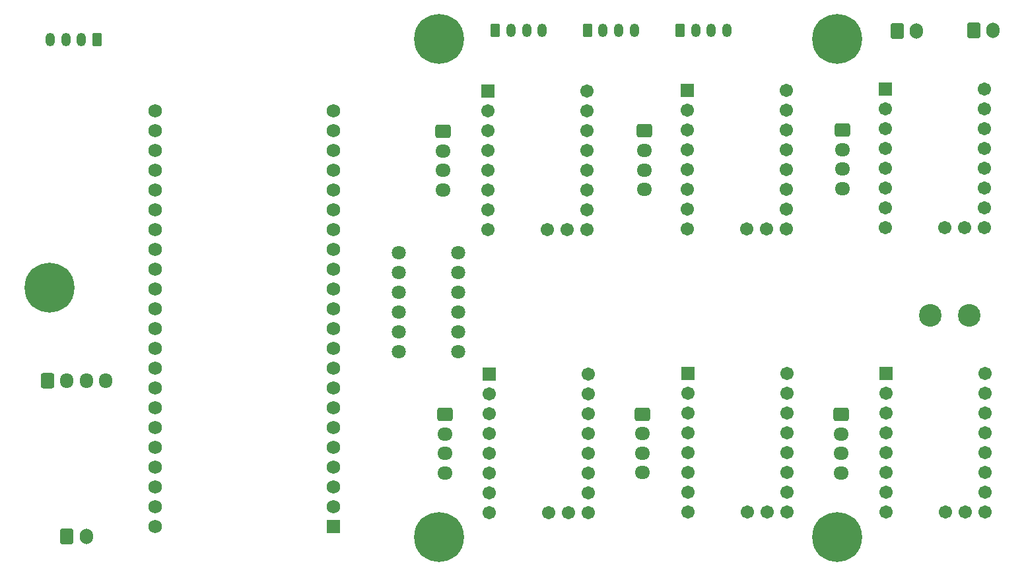
<source format=gbr>
%TF.GenerationSoftware,KiCad,Pcbnew,(6.0.7)*%
%TF.CreationDate,2025-08-04T23:03:26+08:00*%
%TF.ProjectId,stepper_with_TMC2209_controller_board_V1,73746570-7065-4725-9f77-6974685f544d,rev?*%
%TF.SameCoordinates,PX496ed40PY848f8c0*%
%TF.FileFunction,Soldermask,Bot*%
%TF.FilePolarity,Negative*%
%FSLAX46Y46*%
G04 Gerber Fmt 4.6, Leading zero omitted, Abs format (unit mm)*
G04 Created by KiCad (PCBNEW (6.0.7)) date 2025-08-04 23:03:26*
%MOMM*%
%LPD*%
G01*
G04 APERTURE LIST*
G04 Aperture macros list*
%AMRoundRect*
0 Rectangle with rounded corners*
0 $1 Rounding radius*
0 $2 $3 $4 $5 $6 $7 $8 $9 X,Y pos of 4 corners*
0 Add a 4 corners polygon primitive as box body*
4,1,4,$2,$3,$4,$5,$6,$7,$8,$9,$2,$3,0*
0 Add four circle primitives for the rounded corners*
1,1,$1+$1,$2,$3*
1,1,$1+$1,$4,$5*
1,1,$1+$1,$6,$7*
1,1,$1+$1,$8,$9*
0 Add four rect primitives between the rounded corners*
20,1,$1+$1,$2,$3,$4,$5,0*
20,1,$1+$1,$4,$5,$6,$7,0*
20,1,$1+$1,$6,$7,$8,$9,0*
20,1,$1+$1,$8,$9,$2,$3,0*%
G04 Aperture macros list end*
%ADD10RoundRect,0.250000X-0.600000X-0.750000X0.600000X-0.750000X0.600000X0.750000X-0.600000X0.750000X0*%
%ADD11O,1.700000X2.000000*%
%ADD12RoundRect,0.250000X-0.350000X-0.625000X0.350000X-0.625000X0.350000X0.625000X-0.350000X0.625000X0*%
%ADD13O,1.200000X1.750000*%
%ADD14RoundRect,0.250000X-0.725000X0.600000X-0.725000X-0.600000X0.725000X-0.600000X0.725000X0.600000X0*%
%ADD15O,1.950000X1.700000*%
%ADD16C,6.400000*%
%ADD17C,2.904000*%
%ADD18RoundRect,0.102000X-0.754000X-0.754000X0.754000X-0.754000X0.754000X0.754000X-0.754000X0.754000X0*%
%ADD19C,1.712000*%
%ADD20RoundRect,0.102000X0.765000X0.765000X-0.765000X0.765000X-0.765000X-0.765000X0.765000X-0.765000X0*%
%ADD21C,1.734000*%
%ADD22RoundRect,0.250000X0.350000X0.625000X-0.350000X0.625000X-0.350000X-0.625000X0.350000X-0.625000X0*%
%ADD23RoundRect,0.250000X-0.600000X-0.725000X0.600000X-0.725000X0.600000X0.725000X-0.600000X0.725000X0*%
%ADD24O,1.700000X1.950000*%
%ADD25C,1.800000*%
G04 APERTURE END LIST*
D10*
%TO.C,J3*%
X123550000Y70025000D03*
D11*
X126050000Y70025000D03*
%TD*%
D10*
%TO.C,J2*%
X113700000Y70000000D03*
D11*
X116200000Y70000000D03*
%TD*%
D12*
%TO.C,J1*%
X62200000Y70100000D03*
D13*
X64200000Y70100000D03*
X66200000Y70100000D03*
X68200000Y70100000D03*
%TD*%
D14*
%TO.C,JM4*%
X55725000Y20750000D03*
D15*
X55725000Y18250000D03*
X55725000Y15750000D03*
X55725000Y13250000D03*
%TD*%
D16*
%TO.C,REF\u002A\u002A*%
X106000000Y5000000D03*
%TD*%
D17*
%TO.C,U4*%
X118000000Y33500000D03*
X123000000Y33500000D03*
%TD*%
D16*
%TO.C,REF\u002A\u002A*%
X106000000Y69000000D03*
%TD*%
D14*
%TO.C,JM5*%
X81025000Y20800000D03*
D15*
X81025000Y18300000D03*
X81025000Y15800000D03*
X81025000Y13300000D03*
%TD*%
D18*
%TO.C,M6*%
X112277500Y25990000D03*
D19*
X112277500Y23450000D03*
X112277500Y20910000D03*
X112277500Y18370000D03*
X112277500Y15830000D03*
X112277500Y13290000D03*
X112277500Y10750000D03*
X112277500Y8210000D03*
X124977500Y25990000D03*
X124977500Y23450000D03*
X124977500Y20910000D03*
X124977500Y18370000D03*
X124977500Y15830000D03*
X124977500Y13290000D03*
X124977500Y10750000D03*
X124977500Y8210000D03*
X119897500Y8210000D03*
X122437500Y8210000D03*
%TD*%
D18*
%TO.C,M1*%
X61225000Y62287500D03*
D19*
X61225000Y59747500D03*
X61225000Y57207500D03*
X61225000Y54667500D03*
X61225000Y52127500D03*
X61225000Y49587500D03*
X61225000Y47047500D03*
X61225000Y44507500D03*
X73925000Y62287500D03*
X73925000Y59747500D03*
X73925000Y57207500D03*
X73925000Y54667500D03*
X73925000Y52127500D03*
X73925000Y49587500D03*
X73925000Y47047500D03*
X73925000Y44507500D03*
X68845000Y44507500D03*
X71385000Y44507500D03*
%TD*%
D20*
%TO.C,U3*%
X41459500Y6430000D03*
D21*
X41459500Y8970000D03*
X41459500Y11510000D03*
X41459500Y14050000D03*
X41459500Y16590000D03*
X41459500Y19130000D03*
X41459500Y21670000D03*
X41459500Y24210000D03*
X41459500Y26750000D03*
X41459500Y29290000D03*
X41459500Y31830000D03*
X41459500Y34370000D03*
X41459500Y36910000D03*
X41459500Y39450000D03*
X41459500Y41990000D03*
X41459500Y44530000D03*
X41459500Y47070000D03*
X41459500Y49610000D03*
X41459500Y52150000D03*
X41459500Y54690000D03*
X41459500Y57230000D03*
X41459500Y59770000D03*
X18599500Y6430000D03*
X18599500Y8970000D03*
X18599500Y11510000D03*
X18599500Y14050000D03*
X18599500Y16590000D03*
X18599500Y19130000D03*
X18599500Y21670000D03*
X18599500Y24210000D03*
X18599500Y26750000D03*
X18599500Y29290000D03*
X18599500Y31830000D03*
X18599500Y34370000D03*
X18599500Y36910000D03*
X18599500Y39450000D03*
X18599500Y41990000D03*
X18599500Y44530000D03*
X18599500Y47070000D03*
X18599500Y49610000D03*
X18599500Y52150000D03*
X18599500Y54690000D03*
X18599500Y57230000D03*
X18599500Y59770000D03*
%TD*%
D12*
%TO.C,J13*%
X74000000Y70100000D03*
D13*
X76000000Y70100000D03*
X78000000Y70100000D03*
X80000000Y70100000D03*
%TD*%
D16*
%TO.C,REF\u002A\u002A*%
X55000000Y5000000D03*
%TD*%
D18*
%TO.C,M5*%
X86877500Y25990000D03*
D19*
X86877500Y23450000D03*
X86877500Y20910000D03*
X86877500Y18370000D03*
X86877500Y15830000D03*
X86877500Y13290000D03*
X86877500Y10750000D03*
X86877500Y8210000D03*
X99577500Y25990000D03*
X99577500Y23450000D03*
X99577500Y20910000D03*
X99577500Y18370000D03*
X99577500Y15830000D03*
X99577500Y13290000D03*
X99577500Y10750000D03*
X99577500Y8210000D03*
X94497500Y8210000D03*
X97037500Y8210000D03*
%TD*%
D22*
%TO.C,J5*%
X11100000Y68900000D03*
D13*
X9100000Y68900000D03*
X7100000Y68900000D03*
X5100000Y68900000D03*
%TD*%
D14*
%TO.C,JM3*%
X106725000Y57250000D03*
D15*
X106725000Y54750000D03*
X106725000Y52250000D03*
X106725000Y49750000D03*
%TD*%
D23*
%TO.C,J6*%
X4750000Y25100000D03*
D24*
X7250000Y25100000D03*
X9750000Y25100000D03*
X12250000Y25100000D03*
%TD*%
D18*
%TO.C,M3*%
X112202500Y62490000D03*
D19*
X112202500Y59950000D03*
X112202500Y57410000D03*
X112202500Y54870000D03*
X112202500Y52330000D03*
X112202500Y49790000D03*
X112202500Y47250000D03*
X112202500Y44710000D03*
X124902500Y62490000D03*
X124902500Y59950000D03*
X124902500Y57410000D03*
X124902500Y54870000D03*
X124902500Y52330000D03*
X124902500Y49790000D03*
X124902500Y47250000D03*
X124902500Y44710000D03*
X119822500Y44710000D03*
X122362500Y44710000D03*
%TD*%
D18*
%TO.C,M4*%
X61377500Y25940000D03*
D19*
X61377500Y23400000D03*
X61377500Y20860000D03*
X61377500Y18320000D03*
X61377500Y15780000D03*
X61377500Y13240000D03*
X61377500Y10700000D03*
X61377500Y8160000D03*
X74077500Y25940000D03*
X74077500Y23400000D03*
X74077500Y20860000D03*
X74077500Y18320000D03*
X74077500Y15780000D03*
X74077500Y13240000D03*
X74077500Y10700000D03*
X74077500Y8160000D03*
X68997500Y8160000D03*
X71537500Y8160000D03*
%TD*%
D14*
%TO.C,JM1*%
X55500000Y57100000D03*
D15*
X55500000Y54600000D03*
X55500000Y52100000D03*
X55500000Y49600000D03*
%TD*%
D12*
%TO.C,J7*%
X85900000Y70100000D03*
D13*
X87900000Y70100000D03*
X89900000Y70100000D03*
X91900000Y70100000D03*
%TD*%
D10*
%TO.C,J8*%
X7250000Y5100000D03*
D11*
X9750000Y5100000D03*
%TD*%
D14*
%TO.C,JM6*%
X106500000Y20750000D03*
D15*
X106500000Y18250000D03*
X106500000Y15750000D03*
X106500000Y13250000D03*
%TD*%
D16*
%TO.C,REF\u002A\u002A*%
X5000000Y37000000D03*
%TD*%
D25*
%TO.C,SW1*%
X49790000Y28850000D03*
X49790000Y31390000D03*
X49790000Y33930000D03*
X49790000Y36470000D03*
X49790000Y39010000D03*
X49790000Y41550000D03*
X57410000Y28850000D03*
X57410000Y31390000D03*
X57410000Y33930000D03*
X57410000Y36470000D03*
X57410000Y39010000D03*
X57410000Y41550000D03*
%TD*%
D18*
%TO.C,M2*%
X86825000Y62387500D03*
D19*
X86825000Y59847500D03*
X86825000Y57307500D03*
X86825000Y54767500D03*
X86825000Y52227500D03*
X86825000Y49687500D03*
X86825000Y47147500D03*
X86825000Y44607500D03*
X99525000Y62387500D03*
X99525000Y59847500D03*
X99525000Y57307500D03*
X99525000Y54767500D03*
X99525000Y52227500D03*
X99525000Y49687500D03*
X99525000Y47147500D03*
X99525000Y44607500D03*
X94445000Y44607500D03*
X96985000Y44607500D03*
%TD*%
D16*
%TO.C,REF\u002A\u002A*%
X55000000Y69000000D03*
%TD*%
D14*
%TO.C,JM2*%
X81325000Y57150000D03*
D15*
X81325000Y54650000D03*
X81325000Y52150000D03*
X81325000Y49650000D03*
%TD*%
M02*

</source>
